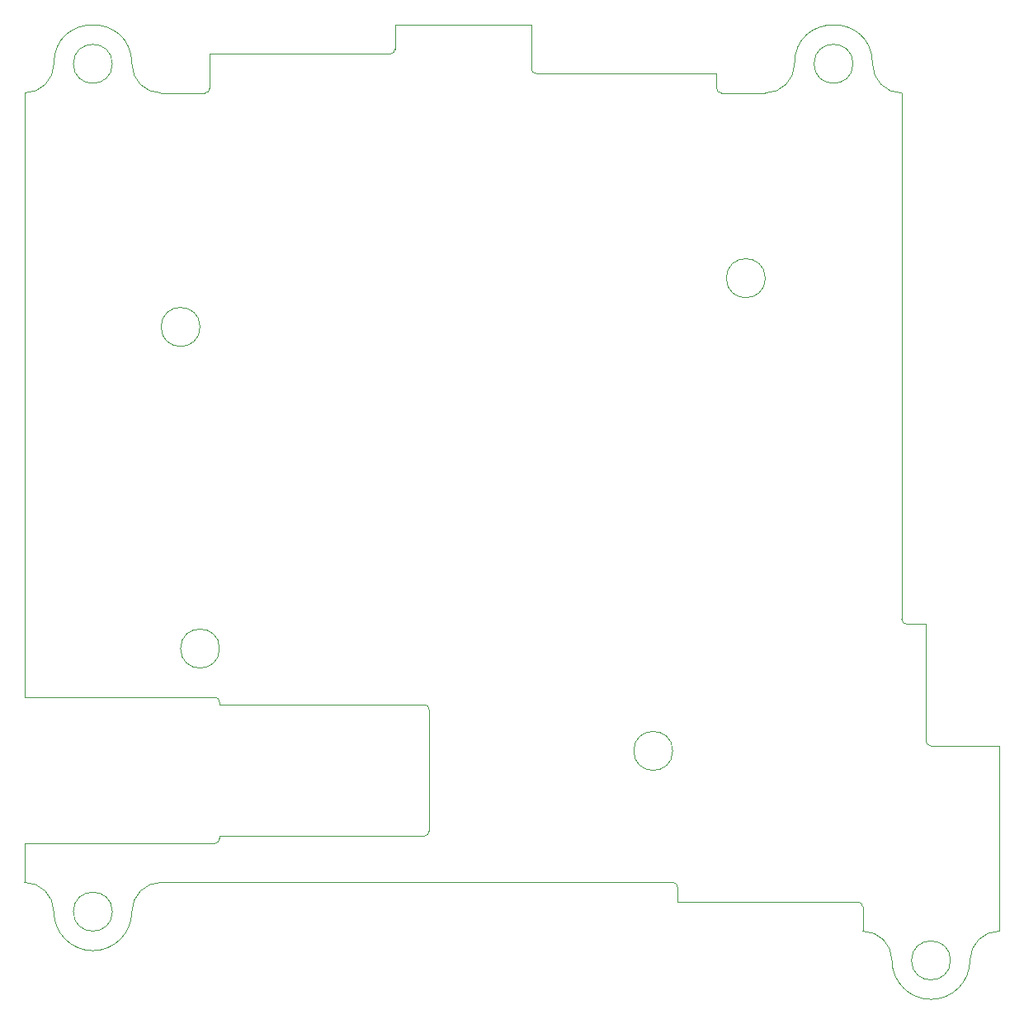
<source format=gbr>
%TF.GenerationSoftware,KiCad,Pcbnew,9.0.4*%
%TF.CreationDate,2025-11-10T10:10:39+09:00*%
%TF.ProjectId,boardloaf,626f6172-646c-46f6-9166-2e6b69636164,rev?*%
%TF.SameCoordinates,Original*%
%TF.FileFunction,Profile,NP*%
%FSLAX46Y46*%
G04 Gerber Fmt 4.6, Leading zero omitted, Abs format (unit mm)*
G04 Created by KiCad (PCBNEW 9.0.4) date 2025-11-10 10:10:39*
%MOMM*%
%LPD*%
G01*
G04 APERTURE LIST*
%TA.AperFunction,Profile*%
%ADD10C,0.050000*%
%TD*%
%TA.AperFunction,Profile*%
%ADD11C,0.100000*%
%TD*%
G04 APERTURE END LIST*
D10*
X78500003Y-139499998D02*
G75*
G02*
X81500004Y-136500003I2999997J-2D01*
G01*
X167500000Y-141500000D02*
X167500000Y-122500000D01*
X86500000Y-51500000D02*
X86500000Y-55000000D01*
X160000000Y-122000000D02*
X160000000Y-110000000D01*
X153500000Y-141500000D02*
G75*
G02*
X156500000Y-144499998I0J-3000000D01*
G01*
X167500000Y-122500000D02*
X160500000Y-122500000D01*
X153500000Y-139000000D02*
X153500000Y-141500000D01*
X164500000Y-144499998D02*
G75*
G02*
X167500001Y-141500000I3000000J-2D01*
G01*
X157500000Y-55500000D02*
G75*
G02*
X154500000Y-52500000I0J3000000D01*
G01*
X87500000Y-131749999D02*
X88000000Y-131750000D01*
X87000000Y-132500000D02*
X67500000Y-132500000D01*
X87000000Y-117500000D02*
X67500000Y-117500000D01*
X67500000Y-55500000D02*
X67500000Y-117500000D01*
X164500000Y-144499998D02*
G75*
G02*
X156500000Y-144499998I-4000000J-3D01*
G01*
X67500003Y-136500000D02*
G75*
G02*
X70500000Y-139499998I-3J-3000000D01*
G01*
X152500000Y-52500000D02*
G75*
G02*
X148500000Y-52500000I-2000000J0D01*
G01*
X148500000Y-52500000D02*
G75*
G02*
X152500000Y-52500000I2000000J0D01*
G01*
X139000000Y-55500000D02*
G75*
G02*
X138500000Y-55000000I0J500000D01*
G01*
X87000000Y-117500000D02*
G75*
G02*
X87500000Y-118000000I0J-500000D01*
G01*
X70500000Y-52500000D02*
G75*
G02*
X78500000Y-52500000I4000000J0D01*
G01*
X119500000Y-48500000D02*
X105500000Y-48500000D01*
X70500000Y-52500000D02*
G75*
G02*
X67500000Y-55500000I-3000000J0D01*
G01*
X87500000Y-118250000D02*
X88000000Y-118250000D01*
X67500000Y-132500000D02*
X67500000Y-136500000D01*
X87500000Y-118250000D02*
X87500000Y-118000000D01*
X86000000Y-55500000D02*
X81500000Y-55500000D01*
X78500003Y-139499998D02*
G75*
G02*
X70500003Y-139499998I-4000000J-3D01*
G01*
X105500000Y-48500000D02*
X105500000Y-51000000D01*
X87500000Y-112500000D02*
G75*
G02*
X83500000Y-112500000I-2000000J0D01*
G01*
X83500000Y-112500000D02*
G75*
G02*
X87500000Y-112500000I2000000J0D01*
G01*
X119500000Y-53000000D02*
X119500000Y-48500000D01*
X134500000Y-138500000D02*
X153000000Y-138500000D01*
X87500000Y-132000000D02*
G75*
G02*
X87000000Y-132500000I-500000J0D01*
G01*
X146500000Y-52500000D02*
G75*
G02*
X154500000Y-52500000I4000000J0D01*
G01*
X162500000Y-144500000D02*
G75*
G02*
X158500000Y-144500000I-2000000J0D01*
G01*
X158500000Y-144500000D02*
G75*
G02*
X162500000Y-144500000I2000000J0D01*
G01*
X153000000Y-138500000D02*
G75*
G02*
X153500000Y-139000000I0J-500000D01*
G01*
X120000000Y-53500000D02*
G75*
G02*
X119500000Y-53000000I0J500000D01*
G01*
X81500000Y-55500000D02*
G75*
G02*
X78500000Y-52500000I0J3000000D01*
G01*
X138500000Y-53500000D02*
X120000000Y-53500000D01*
X134000000Y-136500000D02*
G75*
G02*
X134500000Y-137000000I0J-500000D01*
G01*
X160500000Y-122500000D02*
G75*
G02*
X160000000Y-122000000I0J500000D01*
G01*
X143500000Y-74500000D02*
G75*
G02*
X139500000Y-74500000I-2000000J0D01*
G01*
X139500000Y-74500000D02*
G75*
G02*
X143500000Y-74500000I2000000J0D01*
G01*
X134500000Y-137000000D02*
X134500000Y-138500000D01*
X85500000Y-79500000D02*
G75*
G02*
X81500000Y-79500000I-2000000J0D01*
G01*
X81500000Y-79500000D02*
G75*
G02*
X85500000Y-79500000I2000000J0D01*
G01*
X138500000Y-55000000D02*
X138500000Y-53500000D01*
X160000000Y-110000000D02*
X158000000Y-110000000D01*
X105500000Y-51000000D02*
G75*
G02*
X105000000Y-51500000I-500000J0D01*
G01*
X158000000Y-110000000D02*
G75*
G02*
X157500000Y-109500000I0J500000D01*
G01*
X143500000Y-55500000D02*
X139000000Y-55500000D01*
X134000000Y-123000000D02*
G75*
G02*
X130000000Y-123000000I-2000000J0D01*
G01*
X130000000Y-123000000D02*
G75*
G02*
X134000000Y-123000000I2000000J0D01*
G01*
X87500000Y-131749999D02*
X87500000Y-132000000D01*
X86500000Y-55000000D02*
G75*
G02*
X86000000Y-55500000I-500000J0D01*
G01*
X105000000Y-51500000D02*
X86500000Y-51500000D01*
X76500000Y-52500000D02*
G75*
G02*
X72500000Y-52500000I-2000000J0D01*
G01*
X72500000Y-52500000D02*
G75*
G02*
X76500000Y-52500000I2000000J0D01*
G01*
X157500000Y-109500000D02*
X157500000Y-55500000D01*
X81500004Y-136500000D02*
X134000000Y-136500000D01*
X76500003Y-139500000D02*
G75*
G02*
X72500003Y-139500000I-2000000J0D01*
G01*
X72500003Y-139500000D02*
G75*
G02*
X76500003Y-139500000I2000000J0D01*
G01*
X146500000Y-52500000D02*
G75*
G02*
X143500000Y-55500000I-3000000J0D01*
G01*
D11*
%TO.C,U1*%
X88000000Y-131749999D02*
X108500000Y-131750001D01*
X108499999Y-118250000D02*
X87999999Y-118250000D01*
X109000000Y-131250000D02*
X109000000Y-118750000D01*
X108499999Y-118250000D02*
G75*
G02*
X109000000Y-118750000I1J-500000D01*
G01*
X109000000Y-131250000D02*
G75*
G02*
X108500000Y-131750001I-500006J5D01*
G01*
%TD*%
M02*

</source>
